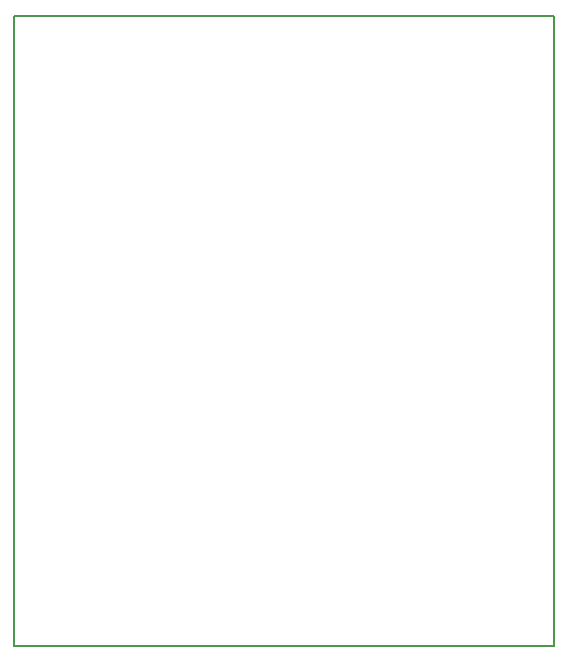
<source format=gbr>
G04 #@! TF.FileFunction,Profile,NP*
%FSLAX46Y46*%
G04 Gerber Fmt 4.6, Leading zero omitted, Abs format (unit mm)*
G04 Created by KiCad (PCBNEW 4.0.4-stable) date 02/10/18 20:46:28*
%MOMM*%
%LPD*%
G01*
G04 APERTURE LIST*
%ADD10C,0.100000*%
%ADD11C,0.150000*%
G04 APERTURE END LIST*
D10*
D11*
X144780000Y-111760000D02*
X144780000Y-58420000D01*
X99060000Y-111760000D02*
X144780000Y-111760000D01*
X99060000Y-58420000D02*
X99060000Y-111760000D01*
X144780000Y-58420000D02*
X99060000Y-58420000D01*
M02*

</source>
